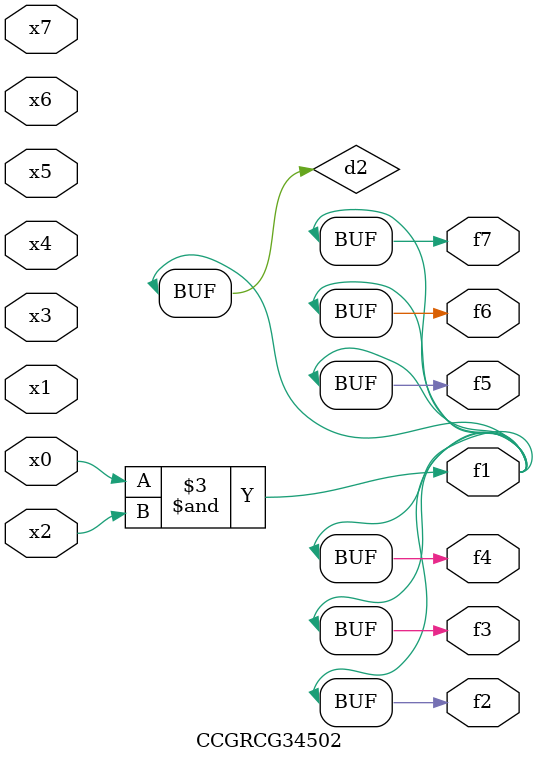
<source format=v>
module CCGRCG34502(
	input x0, x1, x2, x3, x4, x5, x6, x7,
	output f1, f2, f3, f4, f5, f6, f7
);

	wire d1, d2;

	nor (d1, x3, x6);
	and (d2, x0, x2);
	assign f1 = d2;
	assign f2 = d2;
	assign f3 = d2;
	assign f4 = d2;
	assign f5 = d2;
	assign f6 = d2;
	assign f7 = d2;
endmodule

</source>
